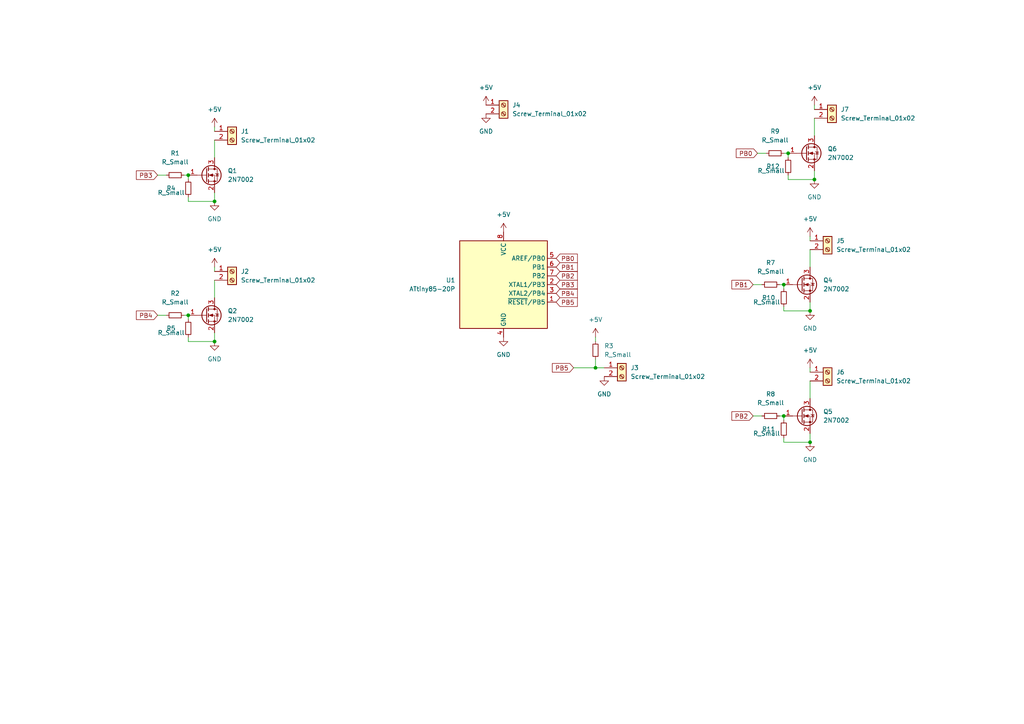
<source format=kicad_sch>
(kicad_sch (version 20211123) (generator eeschema)
  (paper "A4")
  (lib_symbols
    (symbol "Connector:Screw_Terminal_01x02" (pin_names (offset 1.016) hide)
      (property "Reference" "J" (at 0 2.54 0))
      (property "Value" "Screw_Terminal_01x02" (at 0 -5.08 0))
      (symbol "Screw_Terminal_01x02_1_1"
        (rectangle (start -1.27 1.27) (end 1.27 -3.81) (stroke (width 0.254)) (fill (type background)))
        (circle (center 0 -2.54) (radius 0.635) (stroke (width 0.1524)))
        (polyline (pts (xy -0.5334 -2.2098) (xy 0.3302 -3.048)) (stroke (width 0.1524)))
        (polyline (pts (xy -0.5334 0.3302) (xy 0.3302 -0.508)) (stroke (width 0.1524)))
        (polyline (pts (xy -0.3556 -2.032) (xy 0.508 -2.8702)) (stroke (width 0.1524)))
        (polyline (pts (xy -0.3556 0.508) (xy 0.508 -0.3302)) (stroke (width 0.1524)))
        (circle (center 0 0) (radius 0.635) (stroke (width 0.1524)))
        (pin passive line (at -5.08 0 0) (length 3.81) (name "Pin_1") (number "1"))
        (pin passive line (at -5.08 -2.54 0) (length 3.81) (name "Pin_2") (number "2"))
      )
    )
    (symbol "Device:R_Small" (pin_numbers hide) (pin_names (offset 0.254) hide)
      (property "Reference" "R" (at 0.762 0.508 0))
      (property "Value" "R_Small" (at 0.762 -1.016 0))
      (symbol "R_Small_0_1"
        (rectangle (start -0.762 1.778) (end 0.762 -1.778) (stroke (width 0.2032)))
      )
      (symbol "R_Small_1_1"
        (pin passive line (at 0 2.54 270) (length 0.762) (name "~") (number "1"))
        (pin passive line (at 0 -2.54 90) (length 0.762) (name "~") (number "2"))
      )
    )
    (symbol "MCU_Microchip_ATtiny:ATtiny85-20P"
      (property "Reference" "U" (at -12.7 13.97 0))
      (property "Value" "ATtiny85-20P" (at 2.54 -13.97 0))
      (symbol "ATtiny85-20P_0_1"
        (rectangle (start -12.7 -12.7) (end 12.7 12.7) (stroke (width 0.254)) (fill (type background)))
      )
      (symbol "ATtiny85-20P_1_1"
        (pin bidirectional line (at 15.24 -5.08 180) (length 2.54) (name "~{RESET}/PB5") (number "1"))
        (pin bidirectional line (at 15.24 0 180) (length 2.54) (name "XTAL1/PB3") (number "2"))
        (pin bidirectional line (at 15.24 -2.54 180) (length 2.54) (name "XTAL2/PB4") (number "3"))
        (pin power_in line (at 0 -15.24 90) (length 2.54) (name "GND") (number "4"))
        (pin bidirectional line (at 15.24 7.62 180) (length 2.54) (name "AREF/PB0") (number "5"))
        (pin bidirectional line (at 15.24 5.08 180) (length 2.54) (name "PB1") (number "6"))
        (pin bidirectional line (at 15.24 2.54 180) (length 2.54) (name "PB2") (number "7"))
        (pin power_in line (at 0 15.24 270) (length 2.54) (name "VCC") (number "8"))
      )
    )
    (symbol "Transistor_FET:2N7002" (pin_names hide)
      (property "Reference" "Q" (at 5.08 1.905 0))
      (property "Value" "2N7002" (at 5.08 0 0))
      (symbol "2N7002_0_1"
        (polyline (pts (xy 0.254 0) (xy -2.54 0)))
        (polyline (pts (xy 0.254 1.905) (xy 0.254 -1.905)) (stroke (width 0.254)))
        (polyline (pts (xy 0.762 -1.27) (xy 0.762 -2.286)) (stroke (width 0.254)))
        (polyline (pts (xy 0.762 0.508) (xy 0.762 -0.508)) (stroke (width 0.254)))
        (polyline (pts (xy 0.762 2.286) (xy 0.762 1.27)) (stroke (width 0.254)))
        (polyline (pts (xy 2.54 2.54) (xy 2.54 1.778)))
        (polyline (pts (xy 2.54 -2.54) (xy 2.54 0) (xy 0.762 0)))
        (polyline (pts (xy 0.762 -1.778) (xy 3.302 -1.778) (xy 3.302 1.778) (xy 0.762 1.778)))
        (polyline (pts (xy 1.016 0) (xy 2.032 0.381) (xy 2.032 -0.381) (xy 1.016 0)) (fill (type outline)))
        (polyline (pts (xy 2.794 0.508) (xy 2.921 0.381) (xy 3.683 0.381) (xy 3.81 0.254)))
        (polyline (pts (xy 3.302 0.381) (xy 2.921 -0.254) (xy 3.683 -0.254) (xy 3.302 0.381)))
        (circle (center 1.651 0) (radius 2.794) (stroke (width 0.254)))
        (circle (center 2.54 -1.778) (radius 0.254) (fill (type outline)))
        (circle (center 2.54 1.778) (radius 0.254) (fill (type outline)))
      )
      (symbol "2N7002_1_1"
        (pin input line (at -5.08 0 0) (length 2.54) (name "G") (number "1"))
        (pin passive line (at 2.54 -5.08 90) (length 2.54) (name "S") (number "2"))
        (pin passive line (at 2.54 5.08 270) (length 2.54) (name "D") (number "3"))
      )
    )
    (symbol "power:+5V" (power) (pin_names (offset 0))
      (property "Value" "+5V" (at 0 3.556 0))
      (symbol "+5V_0_1"
        (polyline (pts (xy -0.762 1.27) (xy 0 2.54)))
        (polyline (pts (xy 0 0) (xy 0 2.54)))
        (polyline (pts (xy 0 2.54) (xy 0.762 1.27)))
      )
      (symbol "+5V_1_1"
        (pin power_in line (at 0 0 90) (length 0) hide (name "+5V") (number "1"))
      )
    )
    (symbol "power:GND" (power) (pin_names (offset 0))
      (property "Value" "GND" (at 0 -3.81 0))
      (symbol "GND_0_1"
        (polyline (pts (xy 0 0) (xy 0 -1.27) (xy 1.27 -1.27) (xy 0 -2.54) (xy -1.27 -1.27) (xy 0 -1.27)))
      )
      (symbol "GND_1_1"
        (pin power_in line (at 0 0 270) (length 0) hide (name "GND") (number "1"))
      )
    )
  )
  (junction (at 236.22 52.07))
  (junction (at 54.61 50.8))
  (junction (at 234.95 90.17))
  (junction (at 227.33 82.55))
  (junction (at 172.72 106.68))
  (junction (at 228.6 44.45))
  (junction (at 62.23 99.06))
  (junction (at 62.23 58.42))
  (junction (at 54.61 91.44))
  (junction (at 227.33 120.65))
  (junction (at 234.95 128.27))
  (wire (pts (xy 54.61 99.06) (xy 54.61 97.79)))
  (wire (pts (xy 234.95 72.39) (xy 234.95 77.47)))
  (wire (pts (xy 228.6 52.07) (xy 228.6 50.8)))
  (wire (pts (xy 45.72 50.8) (xy 48.26 50.8)))
  (wire (pts (xy 218.44 82.55) (xy 220.98 82.55)))
  (wire (pts (xy 172.72 97.79) (xy 172.72 99.06)))
  (wire (pts (xy 234.95 110.49) (xy 234.95 115.57)))
  (wire (pts (xy 53.34 91.44) (xy 54.61 91.44)))
  (wire (pts (xy 226.06 120.65) (xy 227.33 120.65)))
  (wire (pts (xy 236.22 30.48) (xy 236.22 31.75)))
  (wire (pts (xy 219.71 44.45) (xy 222.25 44.45)))
  (wire (pts (xy 62.23 55.88) (xy 62.23 58.42)))
  (wire (pts (xy 62.23 81.28) (xy 62.23 86.36)))
  (wire (pts (xy 172.72 104.14) (xy 172.72 106.68)))
  (wire (pts (xy 54.61 91.44) (xy 54.61 92.71)))
  (wire (pts (xy 227.33 90.17) (xy 227.33 88.9)))
  (wire (pts (xy 234.95 90.17) (xy 227.33 90.17)))
  (wire (pts (xy 62.23 77.47) (xy 62.23 78.74)))
  (wire (pts (xy 234.95 128.27) (xy 227.33 128.27)))
  (wire (pts (xy 236.22 34.29) (xy 236.22 39.37)))
  (wire (pts (xy 236.22 49.53) (xy 236.22 52.07)))
  (wire (pts (xy 234.95 87.63) (xy 234.95 90.17)))
  (wire (pts (xy 62.23 40.64) (xy 62.23 45.72)))
  (wire (pts (xy 234.95 106.68) (xy 234.95 107.95)))
  (wire (pts (xy 227.33 128.27) (xy 227.33 127)))
  (wire (pts (xy 166.37 106.68) (xy 172.72 106.68)))
  (wire (pts (xy 54.61 50.8) (xy 54.61 52.07)))
  (wire (pts (xy 226.06 82.55) (xy 227.33 82.55)))
  (wire (pts (xy 234.95 68.58) (xy 234.95 69.85)))
  (wire (pts (xy 54.61 58.42) (xy 54.61 57.15)))
  (wire (pts (xy 62.23 99.06) (xy 54.61 99.06)))
  (wire (pts (xy 62.23 96.52) (xy 62.23 99.06)))
  (wire (pts (xy 62.23 58.42) (xy 54.61 58.42)))
  (wire (pts (xy 228.6 44.45) (xy 228.6 45.72)))
  (wire (pts (xy 227.33 44.45) (xy 228.6 44.45)))
  (wire (pts (xy 234.95 125.73) (xy 234.95 128.27)))
  (wire (pts (xy 236.22 52.07) (xy 228.6 52.07)))
  (wire (pts (xy 172.72 106.68) (xy 175.26 106.68)))
  (wire (pts (xy 53.34 50.8) (xy 54.61 50.8)))
  (wire (pts (xy 227.33 82.55) (xy 227.33 83.82)))
  (wire (pts (xy 218.44 120.65) (xy 220.98 120.65)))
  (wire (pts (xy 45.72 91.44) (xy 48.26 91.44)))
  (wire (pts (xy 227.33 120.65) (xy 227.33 121.92)))
  (wire (pts (xy 62.23 36.83) (xy 62.23 38.1)))
  (global_label "PB1" (shape input) (at 218.44 82.55 180) (property "Intersheet References" "${INTERSHEET_REFS}" (effects hide)))
  (global_label "PB4" (shape input) (at 45.72 91.44 180) (property "Intersheet References" "${INTERSHEET_REFS}" (effects hide)))
  (global_label "PB5" (shape input) (at 166.37 106.68 180) (property "Intersheet References" "${INTERSHEET_REFS}" (effects hide)))
  (global_label "PB0" (shape input) (at 219.71 44.45 180) (property "Intersheet References" "${INTERSHEET_REFS}" (effects hide)))
  (global_label "PB3" (shape input) (at 45.72 50.8 180) (property "Intersheet References" "${INTERSHEET_REFS}" (effects hide)))
  (global_label "PB5" (shape input) (at 161.29 87.63 0) (property "Intersheet References" "${INTERSHEET_REFS}" (effects hide)))
  (global_label "PB4" (shape input) (at 161.29 85.09 0) (property "Intersheet References" "${INTERSHEET_REFS}" (effects hide)))
  (global_label "PB3" (shape input) (at 161.29 82.55 0) (property "Intersheet References" "${INTERSHEET_REFS}" (effects hide)))
  (global_label "PB2" (shape input) (at 161.29 80.01 0) (property "Intersheet References" "${INTERSHEET_REFS}" (effects hide)))
  (global_label "PB0" (shape input) (at 161.29 74.93 0) (property "Intersheet References" "${INTERSHEET_REFS}" (effects hide)))
  (global_label "PB1" (shape input) (at 161.29 77.47 0) (property "Intersheet References" "${INTERSHEET_REFS}" (effects hide)))
  (global_label "PB2" (shape input) (at 218.44 120.65 180) (property "Intersheet References" "${INTERSHEET_REFS}" (effects hide)))
  (symbol (lib_id "Connector:Screw_Terminal_01x02") (at 67.31 78.74 0) (unit 1)
    (property "Reference" "J2" (at 69.85 78.7399 0) (effects (justify left)))
    (property "Value" "Screw_Terminal_01x02" (at 69.85 81.2799 0) (effects (justify left)))
    (property "Footprint" "TerminalBlock:TerminalBlock_Altech_AK300-2_P5.00mm" (effects hide))
  )
  (symbol (lib_id "Device:R_Small") (at 228.6 48.26 180) (unit 1)
    (property "Reference" "R12" (at 222.25 48.26 0) (effects (justify right)))
    (property "Value" "R_Small" (at 219.71 49.53 0) (effects (justify right)))
    (property "Footprint" "Resistor_SMD:R_0805_2012Metric" (effects hide))
  )
  (symbol (lib_id "Connector:Screw_Terminal_01x02") (at 180.34 106.68 0) (unit 1)
    (property "Reference" "J3" (at 182.88 106.6799 0) (effects (justify left)))
    (property "Value" "Screw_Terminal_01x02" (at 182.88 109.2199 0) (effects (justify left)))
    (property "Footprint" "TerminalBlock:TerminalBlock_Altech_AK300-2_P5.00mm" (effects hide))
  )
  (symbol (lib_id "Device:R_Small") (at 223.52 120.65 90) (unit 1)
    (property "Reference" "R8" (at 223.52 114.3 90))
    (property "Value" "R_Small" (at 223.52 116.84 90))
    (property "Footprint" "Resistor_SMD:R_0805_2012Metric" (effects hide))
  )
  (symbol (lib_id "Device:R_Small") (at 54.61 95.25 180) (unit 1)
    (property "Reference" "R5" (at 48.26 95.25 0) (effects (justify right)))
    (property "Value" "R_Small" (at 45.72 96.52 0) (effects (justify right)))
    (property "Footprint" "Resistor_SMD:R_0805_2012Metric" (effects hide))
  )
  (symbol (lib_id "Device:R_Small") (at 223.52 82.55 90) (unit 1)
    (property "Reference" "R7" (at 223.52 76.2 90))
    (property "Value" "R_Small" (at 223.52 78.74 90))
    (property "Footprint" "Resistor_SMD:R_0805_2012Metric" (effects hide))
  )
  (symbol (lib_id "Connector:Screw_Terminal_01x02") (at 67.31 38.1 0) (unit 1)
    (property "Reference" "J1" (at 69.85 38.0999 0) (effects (justify left)))
    (property "Value" "Screw_Terminal_01x02" (at 69.85 40.6399 0) (effects (justify left)))
    (property "Footprint" "TerminalBlock:TerminalBlock_Altech_AK300-2_P5.00mm" (effects hide))
  )
  (symbol (lib_id "power:+5V") (at 62.23 36.83 0) (unit 1)
    (property "Reference" "#PWR0115" (effects hide))
    (property "Value" "+5V" (at 62.23 31.75 0))
  )
  (symbol (lib_id "MCU_Microchip_ATtiny:ATtiny85-20P") (at 146.05 82.55 0) (unit 1)
    (property "Reference" "U1" (at 132.08 81.2799 0) (effects (justify right)))
    (property "Value" "ATtiny85-20P" (at 132.08 83.8199 0) (effects (justify right)))
    (property "Footprint" "Package_DIP:DIP-8_W7.62mm" (effects hide))
    (property "Datasheet" "http://ww1.microchip.com/downloads/en/DeviceDoc/atmel-2586-avr-8-bit-microcontroller-attiny25-attiny45-attiny85_datasheet.pdf" (effects hide))
  )
  (symbol (lib_id "Connector:Screw_Terminal_01x02") (at 146.05 30.48 0) (unit 1)
    (property "Reference" "J4" (at 148.59 30.4799 0) (effects (justify left)))
    (property "Value" "Screw_Terminal_01x02" (at 148.59 33.0199 0) (effects (justify left)))
    (property "Footprint" "TerminalBlock:TerminalBlock_Altech_AK300-2_P5.00mm" (effects hide))
  )
  (symbol (lib_id "Device:R_Small") (at 172.72 101.6 180) (unit 1)
    (property "Reference" "R3" (at 175.26 100.3299 0) (effects (justify right)))
    (property "Value" "R_Small" (at 175.26 102.8699 0) (effects (justify right)))
    (property "Footprint" "Resistor_SMD:R_0805_2012Metric" (effects hide))
  )
  (symbol (lib_id "Device:R_Small") (at 224.79 44.45 90) (unit 1)
    (property "Reference" "R9" (at 224.79 38.1 90))
    (property "Value" "R_Small" (at 224.79 40.64 90))
    (property "Footprint" "Resistor_SMD:R_0805_2012Metric" (effects hide))
  )
  (symbol (lib_id "power:GND") (at 140.97 33.02 0) (unit 1)
    (property "Reference" "#PWR0107" (effects hide))
    (property "Value" "GND" (at 140.97 38.1 0))
  )
  (symbol (lib_id "Transistor_FET:2N7002") (at 232.41 82.55 0) (unit 1)
    (property "Reference" "Q4" (at 238.76 81.2799 0) (effects (justify left)))
    (property "Value" "2N7002" (at 238.76 83.8199 0) (effects (justify left)))
    (property "Footprint" "Package_TO_SOT_SMD:SOT-23" (effects hide))
    (property "Datasheet" "https://www.onsemi.com/pub/Collateral/NDS7002A-D.PDF" (effects hide))
  )
  (symbol (lib_id "power:GND") (at 62.23 99.06 0) (unit 1)
    (property "Reference" "#PWR0101" (effects hide))
    (property "Value" "GND" (at 62.23 104.14 0))
  )
  (symbol (lib_id "power:GND") (at 236.22 52.07 0) (unit 1)
    (property "Reference" "#PWR0109" (effects hide))
    (property "Value" "GND" (at 236.22 57.15 0))
  )
  (symbol (lib_id "Device:R_Small") (at 50.8 91.44 90) (unit 1)
    (property "Reference" "R2" (at 50.8 85.09 90))
    (property "Value" "R_Small" (at 50.8 87.63 90))
    (property "Footprint" "Resistor_SMD:R_0805_2012Metric" (effects hide))
  )
  (symbol (lib_id "power:GND") (at 234.95 128.27 0) (unit 1)
    (property "Reference" "#PWR0111" (effects hide))
    (property "Value" "GND" (at 234.95 133.35 0))
  )
  (symbol (lib_id "Transistor_FET:2N7002") (at 59.69 50.8 0) (unit 1)
    (property "Reference" "Q1" (at 66.04 49.5299 0) (effects (justify left)))
    (property "Value" "2N7002" (at 66.04 52.0699 0) (effects (justify left)))
    (property "Footprint" "Package_TO_SOT_SMD:SOT-23" (effects hide))
    (property "Datasheet" "https://www.onsemi.com/pub/Collateral/NDS7002A-D.PDF" (effects hide))
  )
  (symbol (lib_id "Device:R_Small") (at 227.33 124.46 180) (unit 1)
    (property "Reference" "R11" (at 220.98 124.46 0) (effects (justify right)))
    (property "Value" "R_Small" (at 218.44 125.73 0) (effects (justify right)))
    (property "Footprint" "Resistor_SMD:R_0805_2012Metric" (effects hide))
  )
  (symbol (lib_id "Transistor_FET:2N7002") (at 59.69 91.44 0) (unit 1)
    (property "Reference" "Q2" (at 66.04 90.1699 0) (effects (justify left)))
    (property "Value" "2N7002" (at 66.04 92.7099 0) (effects (justify left)))
    (property "Footprint" "Package_TO_SOT_SMD:SOT-23" (effects hide))
    (property "Datasheet" "https://www.onsemi.com/pub/Collateral/NDS7002A-D.PDF" (effects hide))
  )
  (symbol (lib_id "Device:R_Small") (at 227.33 86.36 180) (unit 1)
    (property "Reference" "R10" (at 220.98 86.36 0) (effects (justify right)))
    (property "Value" "R_Small" (at 218.44 87.63 0) (effects (justify right)))
    (property "Footprint" "Resistor_SMD:R_0805_2012Metric" (effects hide))
  )
  (symbol (lib_id "power:GND") (at 175.26 109.22 0) (unit 1)
    (property "Reference" "#PWR0102" (effects hide))
    (property "Value" "GND" (at 175.26 114.3 0))
  )
  (symbol (lib_id "Transistor_FET:2N7002") (at 233.68 44.45 0) (unit 1)
    (property "Reference" "Q6" (at 240.03 43.1799 0) (effects (justify left)))
    (property "Value" "2N7002" (at 240.03 45.7199 0) (effects (justify left)))
    (property "Footprint" "Package_TO_SOT_SMD:SOT-23" (effects hide))
    (property "Datasheet" "https://www.onsemi.com/pub/Collateral/NDS7002A-D.PDF" (effects hide))
  )
  (symbol (lib_id "Transistor_FET:2N7002") (at 232.41 120.65 0) (unit 1)
    (property "Reference" "Q5" (at 238.76 119.3799 0) (effects (justify left)))
    (property "Value" "2N7002" (at 238.76 121.9199 0) (effects (justify left)))
    (property "Footprint" "Package_TO_SOT_SMD:SOT-23" (effects hide))
    (property "Datasheet" "https://www.onsemi.com/pub/Collateral/NDS7002A-D.PDF" (effects hide))
  )
  (symbol (lib_id "power:+5V") (at 234.95 68.58 0) (unit 1)
    (property "Reference" "#PWR0110" (effects hide))
    (property "Value" "+5V" (at 234.95 63.5 0))
  )
  (symbol (lib_id "power:+5V") (at 234.95 106.68 0) (unit 1)
    (property "Reference" "#PWR0112" (effects hide))
    (property "Value" "+5V" (at 234.95 101.6 0))
  )
  (symbol (lib_id "power:+5V") (at 62.23 77.47 0) (unit 1)
    (property "Reference" "#PWR0116" (effects hide))
    (property "Value" "+5V" (at 62.23 72.39 0))
  )
  (symbol (lib_id "power:+5V") (at 140.97 30.48 0) (unit 1)
    (property "Reference" "#PWR0106" (effects hide))
    (property "Value" "+5V" (at 140.97 25.4 0))
  )
  (symbol (lib_id "power:+5V") (at 146.05 67.31 0) (unit 1)
    (property "Reference" "#PWR0105" (effects hide))
    (property "Value" "+5V" (at 146.05 62.23 0))
  )
  (symbol (lib_id "power:GND") (at 62.23 58.42 0) (unit 1)
    (property "Reference" "#PWR0114" (effects hide))
    (property "Value" "GND" (at 62.23 63.5 0))
  )
  (symbol (lib_id "power:+5V") (at 172.72 97.79 0) (unit 1)
    (property "Reference" "#PWR0103" (effects hide))
    (property "Value" "+5V" (at 172.72 92.71 0))
  )
  (symbol (lib_id "Connector:Screw_Terminal_01x02") (at 241.3 31.75 0) (unit 1)
    (property "Reference" "J7" (at 243.84 31.7499 0) (effects (justify left)))
    (property "Value" "Screw_Terminal_01x02" (at 243.84 34.2899 0) (effects (justify left)))
    (property "Footprint" "TerminalBlock:TerminalBlock_Altech_AK300-2_P5.00mm" (effects hide))
  )
  (symbol (lib_id "power:GND") (at 234.95 90.17 0) (unit 1)
    (property "Reference" "#PWR0113" (effects hide))
    (property "Value" "GND" (at 234.95 95.25 0))
  )
  (symbol (lib_id "Device:R_Small") (at 54.61 54.61 180) (unit 1)
    (property "Reference" "R4" (at 48.26 54.61 0) (effects (justify right)))
    (property "Value" "R_Small" (at 45.72 55.88 0) (effects (justify right)))
    (property "Footprint" "Resistor_SMD:R_0805_2012Metric" (effects hide))
  )
  (symbol (lib_id "Connector:Screw_Terminal_01x02") (at 240.03 69.85 0) (unit 1)
    (property "Reference" "J5" (at 242.57 69.8499 0) (effects (justify left)))
    (property "Value" "Screw_Terminal_01x02" (at 242.57 72.3899 0) (effects (justify left)))
    (property "Footprint" "TerminalBlock:TerminalBlock_Altech_AK300-2_P5.00mm" (effects hide))
  )
  (symbol (lib_id "power:+5V") (at 236.22 30.48 0) (unit 1)
    (property "Reference" "#PWR0104" (effects hide))
    (property "Value" "+5V" (at 236.22 25.4 0))
  )
  (symbol (lib_id "Device:R_Small") (at 50.8 50.8 90) (unit 1)
    (property "Reference" "R1" (at 50.8 44.45 90))
    (property "Value" "R_Small" (at 50.8 46.99 90))
    (property "Footprint" "Resistor_SMD:R_0805_2012Metric" (effects hide))
  )
  (symbol (lib_id "Connector:Screw_Terminal_01x02") (at 240.03 107.95 0) (unit 1)
    (property "Reference" "J6" (at 242.57 107.9499 0) (effects (justify left)))
    (property "Value" "Screw_Terminal_01x02" (at 242.57 110.4899 0) (effects (justify left)))
    (property "Footprint" "TerminalBlock:TerminalBlock_Altech_AK300-2_P5.00mm" (effects hide))
  )
  (symbol (lib_id "power:GND") (at 146.05 97.79 0) (unit 1)
    (property "Reference" "#PWR0108" (effects hide))
    (property "Value" "GND" (at 146.05 102.87 0))
  )
)
</source>
